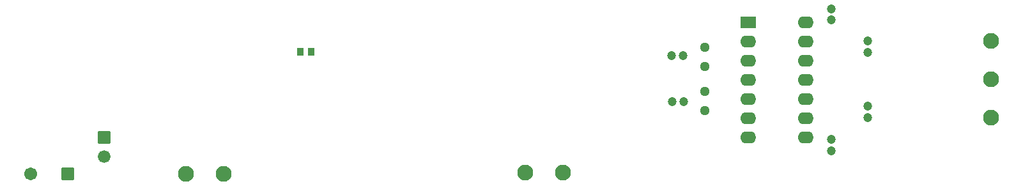
<source format=gbs>
G04 Layer: BottomSolderMaskLayer*
G04 EasyEDA v6.5.23, 2023-06-02 21:13:54*
G04 33ff916c08f040c1a4a9353f5c15a4ee,b642c611f69d48ac97ba22acea37c14c,10*
G04 Gerber Generator version 0.2*
G04 Scale: 100 percent, Rotated: No, Reflected: No *
G04 Dimensions in millimeters *
G04 leading zeros omitted , absolute positions ,4 integer and 5 decimal *
%FSLAX45Y45*%
%MOMM*%

%AMMACRO1*1,1,$1,$2,$3*1,1,$1,$4,$5*1,1,$1,0-$2,0-$3*1,1,$1,0-$4,0-$5*20,1,$1,$2,$3,$4,$5,0*20,1,$1,$4,$5,0-$2,0-$3,0*20,1,$1,0-$2,0-$3,0-$4,0-$5,0*20,1,$1,0-$4,0-$5,$2,$3,0*4,1,4,$2,$3,$4,$5,0-$2,0-$3,0-$4,0-$5,$2,$3,0*%
%ADD10MACRO1,0.1016X0.7874X-0.7874X-0.7874X-0.7874*%
%ADD11C,1.6764*%
%ADD12C,2.1016*%
%ADD13MACRO1,0.1016X-0.4032X0.432X-0.4032X-0.432*%
%ADD14MACRO1,0.1016X0.4032X0.432X0.4032X-0.432*%
%ADD15C,1.2954*%
%ADD16O,2.1015960000000002X1.6015970000000002*%
%ADD17MACRO1,0.1016X-1X0.75X1X0.75*%
%ADD18MACRO1,0.2032X0.75X-0.75X-0.75X-0.75*%
%ADD19C,1.7032*%
%ADD20C,1.2032*%

%LPD*%
D10*
G01*
X4269994Y9056877D03*
D11*
G01*
X4269993Y8802878D03*
D12*
G01*
X5349493Y8579865D03*
G01*
X5850381Y8579865D03*
G01*
X9849611Y8590026D03*
G01*
X10350500Y8590026D03*
G01*
X16020034Y9322054D03*
G01*
X16020034Y9830054D03*
G01*
X16020034Y10338054D03*
D13*
G01*
X7015311Y10189979D03*
D14*
G01*
X6864661Y10189979D03*
D15*
G01*
X12229947Y9997186D03*
G01*
X12229947Y10251186D03*
G01*
X12229947Y9412986D03*
G01*
X12229947Y9666986D03*
D16*
G01*
X13560882Y9058046D03*
G01*
X13560780Y9312046D03*
G01*
X13560780Y9566046D03*
G01*
X13560780Y9820046D03*
G01*
X13560780Y10074046D03*
G01*
X13560780Y10328046D03*
G01*
X13560780Y10582046D03*
G01*
X12798780Y9058046D03*
G01*
X12798780Y9312046D03*
G01*
X12798780Y9566046D03*
G01*
X12798780Y9820046D03*
G01*
X12798780Y10074046D03*
G01*
X12798780Y10328046D03*
D17*
G01*
X12798798Y10582041D03*
D18*
G01*
X3783831Y8579984D03*
D19*
G01*
X3296158Y8579993D03*
D20*
G01*
X11784914Y10139984D03*
G01*
X11935028Y10139984D03*
G01*
X11794896Y9529978D03*
G01*
X11945010Y9529978D03*
G01*
X13899972Y10614888D03*
G01*
X13899972Y10765002D03*
G01*
X13899972Y9035059D03*
G01*
X13899972Y8884945D03*
G01*
X14389963Y10184917D03*
G01*
X14389963Y10335031D03*
G01*
X14389963Y9324898D03*
G01*
X14389963Y9475012D03*
M02*

</source>
